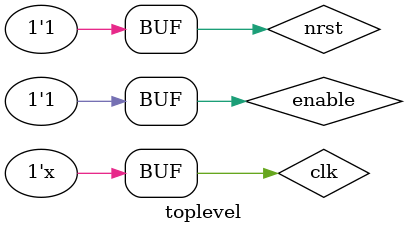
<source format=v>
`timescale 1ns/1ps


module toplevel ();

	reg clk = 1'b1;
	reg nrst = 1'b1;
	reg enable = 1'b0;

	wire [7:0] value;

	// Clk gen (fclk = 100MHz)
	always
	#5 clk = ~clk;

	// Reset and enable
	initial begin
		#5 nrst = 1'b0;
		#15 nrst = 1'b1;
		#25 enable = 1'b1;
	end

		
	

endmodule

</source>
